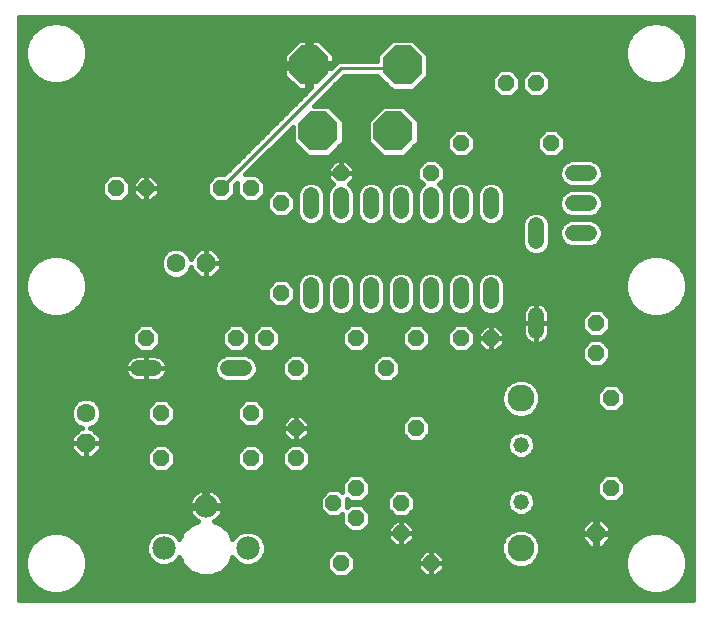
<source format=gbl>
G75*
%MOIN*%
%OFA0B0*%
%FSLAX24Y24*%
%IPPOS*%
%LPD*%
%AMOC8*
5,1,8,0,0,1.08239X$1,22.5*
%
%ADD10C,0.0780*%
%ADD11OC8,0.0520*%
%ADD12OC8,0.0630*%
%ADD13C,0.0630*%
%ADD14C,0.0520*%
%ADD15OC8,0.1300*%
%ADD16C,0.0900*%
%ADD17C,0.0520*%
%ADD18OC8,0.0600*%
%ADD19C,0.0160*%
%ADD20C,0.0100*%
D10*
X005280Y002180D03*
X006680Y003580D03*
X008080Y002180D03*
D11*
X010930Y003680D03*
X011680Y003180D03*
X011680Y004180D03*
X013180Y003680D03*
X013180Y002680D03*
X014180Y001680D03*
X011180Y001680D03*
X009680Y005180D03*
X009680Y006180D03*
X008180Y006680D03*
X009680Y008180D03*
X008680Y009180D03*
X007680Y009180D03*
X009180Y010680D03*
X011680Y009180D03*
X012680Y008180D03*
X013680Y009180D03*
X015180Y009180D03*
X016180Y009180D03*
X019680Y008680D03*
X019680Y009680D03*
X020180Y007180D03*
X020180Y004180D03*
X013680Y006180D03*
X008180Y005180D03*
X005180Y005180D03*
X005180Y006680D03*
X004680Y009180D03*
X009180Y013680D03*
X008180Y014180D03*
X007180Y014180D03*
X004680Y014180D03*
X003680Y014180D03*
X011180Y014680D03*
X014180Y014680D03*
X015180Y015680D03*
X016680Y017680D03*
X017680Y017680D03*
X018180Y015680D03*
D12*
X006680Y011680D03*
X002680Y005680D03*
D13*
X002680Y006680D03*
X005680Y011680D03*
D14*
X004940Y008180D02*
X004420Y008180D01*
X007420Y008180D02*
X007940Y008180D01*
X010180Y010420D02*
X010180Y010940D01*
X011180Y010940D02*
X011180Y010420D01*
X012180Y010420D02*
X012180Y010940D01*
X013180Y010940D02*
X013180Y010420D01*
X014180Y010420D02*
X014180Y010940D01*
X015180Y010940D02*
X015180Y010420D01*
X016180Y010420D02*
X016180Y010940D01*
X017680Y009940D02*
X017680Y009420D01*
X017680Y012420D02*
X017680Y012940D01*
X018920Y012680D02*
X019440Y012680D01*
X019440Y013680D02*
X018920Y013680D01*
X018920Y014680D02*
X019440Y014680D01*
X016180Y013940D02*
X016180Y013420D01*
X015180Y013420D02*
X015180Y013940D01*
X014180Y013940D02*
X014180Y013420D01*
X013180Y013420D02*
X013180Y013940D01*
X012180Y013940D02*
X012180Y013420D01*
X011180Y013420D02*
X011180Y013940D01*
X010180Y013940D02*
X010180Y013420D01*
D15*
X010430Y016080D03*
X010118Y018280D03*
X012930Y016080D03*
X013243Y018280D03*
D16*
X017180Y007180D03*
X017180Y002180D03*
D17*
X017180Y003730D03*
X017180Y005630D03*
D18*
X019680Y002680D03*
D19*
X000460Y000460D02*
X000460Y019900D01*
X022900Y019900D01*
X022900Y000460D01*
X000460Y000460D01*
X000460Y000521D02*
X022900Y000521D01*
X022900Y000680D02*
X021928Y000680D01*
X021816Y000650D02*
X022078Y000720D01*
X022312Y000856D01*
X022504Y001048D01*
X022640Y001282D01*
X022710Y001544D01*
X022710Y001816D01*
X022640Y002078D01*
X022504Y002312D01*
X022312Y002504D01*
X022078Y002640D01*
X021816Y002710D01*
X021544Y002710D01*
X021282Y002640D01*
X021048Y002504D01*
X020856Y002312D01*
X020720Y002078D01*
X020650Y001816D01*
X020650Y001544D01*
X020720Y001282D01*
X020856Y001048D01*
X021048Y000856D01*
X021282Y000720D01*
X021544Y000650D01*
X021816Y000650D01*
X021432Y000680D02*
X001928Y000680D01*
X001816Y000650D02*
X002078Y000720D01*
X002312Y000856D01*
X002504Y001048D01*
X002640Y001282D01*
X002710Y001544D01*
X002710Y001816D01*
X002640Y002078D01*
X002504Y002312D01*
X002312Y002504D01*
X002078Y002640D01*
X001816Y002710D01*
X001544Y002710D01*
X001282Y002640D01*
X001048Y002504D01*
X000856Y002312D01*
X000720Y002078D01*
X000650Y001816D01*
X000650Y001544D01*
X000720Y001282D01*
X000856Y001048D01*
X001048Y000856D01*
X001282Y000720D01*
X001544Y000650D01*
X001816Y000650D01*
X001432Y000680D02*
X000460Y000680D01*
X000460Y000839D02*
X001078Y000839D01*
X000906Y000997D02*
X000460Y000997D01*
X000460Y001156D02*
X000793Y001156D01*
X000712Y001314D02*
X000460Y001314D01*
X000460Y001473D02*
X000669Y001473D01*
X000650Y001631D02*
X000460Y001631D01*
X000460Y001790D02*
X000650Y001790D01*
X000685Y001948D02*
X000460Y001948D01*
X000460Y002107D02*
X000737Y002107D01*
X000828Y002265D02*
X000460Y002265D01*
X000460Y002424D02*
X000967Y002424D01*
X001182Y002582D02*
X000460Y002582D01*
X000460Y002741D02*
X005091Y002741D01*
X005163Y002770D02*
X004946Y002680D01*
X004780Y002514D01*
X004690Y002297D01*
X004690Y002063D01*
X004780Y001846D01*
X004946Y001680D01*
X005163Y001590D01*
X005397Y001590D01*
X005614Y001680D01*
X005780Y001846D01*
X005796Y001884D01*
X005892Y001653D01*
X006153Y001392D01*
X006495Y001250D01*
X006865Y001250D01*
X007207Y001392D01*
X007468Y001653D01*
X007564Y001884D01*
X007580Y001846D01*
X007746Y001680D01*
X007963Y001590D01*
X008197Y001590D01*
X008414Y001680D01*
X008580Y001846D01*
X008670Y002063D01*
X008670Y002297D01*
X008580Y002514D01*
X008414Y002680D01*
X008197Y002770D01*
X007963Y002770D01*
X007746Y002680D01*
X007580Y002514D01*
X007564Y002476D01*
X007468Y002707D01*
X007207Y002968D01*
X006947Y003076D01*
X006979Y003092D01*
X007051Y003145D01*
X007115Y003209D01*
X007168Y003281D01*
X007208Y003361D01*
X007236Y003447D01*
X007249Y003530D01*
X006730Y003530D01*
X006730Y003630D01*
X006630Y003630D01*
X006630Y004149D01*
X006547Y004136D01*
X006461Y004108D01*
X006381Y004068D01*
X006309Y004015D01*
X006245Y003951D01*
X006192Y003879D01*
X006152Y003799D01*
X006124Y003713D01*
X006111Y003630D01*
X006630Y003630D01*
X006630Y003530D01*
X006111Y003530D01*
X006124Y003447D01*
X006152Y003361D01*
X006192Y003281D01*
X006245Y003209D01*
X006309Y003145D01*
X006381Y003092D01*
X006413Y003076D01*
X006153Y002968D01*
X005892Y002707D01*
X005796Y002476D01*
X005780Y002514D01*
X005614Y002680D01*
X005397Y002770D01*
X005163Y002770D01*
X005469Y002741D02*
X005925Y002741D01*
X005840Y002582D02*
X005712Y002582D01*
X006084Y002899D02*
X000460Y002899D01*
X000460Y003058D02*
X006368Y003058D01*
X006240Y003216D02*
X000460Y003216D01*
X000460Y003375D02*
X006147Y003375D01*
X006121Y003692D02*
X000460Y003692D01*
X000460Y003850D02*
X006178Y003850D01*
X006302Y004009D02*
X000460Y004009D01*
X000460Y004167D02*
X011220Y004167D01*
X011121Y004140D02*
X011220Y004041D01*
X011220Y004371D01*
X011489Y004640D01*
X011871Y004640D01*
X012140Y004371D01*
X012140Y003989D01*
X011871Y003720D01*
X011489Y003720D01*
X011390Y003819D01*
X011390Y003541D01*
X011489Y003640D01*
X011871Y003640D01*
X012140Y003371D01*
X012140Y002989D01*
X011871Y002720D01*
X011489Y002720D01*
X011220Y002989D01*
X011220Y003319D01*
X011121Y003220D01*
X010739Y003220D01*
X010470Y003489D01*
X010470Y003871D01*
X010739Y004140D01*
X011121Y004140D01*
X011220Y004326D02*
X000460Y004326D01*
X000460Y004484D02*
X011333Y004484D01*
X012027Y004484D02*
X019833Y004484D01*
X019720Y004371D02*
X019720Y003989D01*
X019989Y003720D01*
X020371Y003720D01*
X020640Y003989D01*
X020640Y004371D01*
X020371Y004640D01*
X019989Y004640D01*
X019720Y004371D01*
X019720Y004326D02*
X012140Y004326D01*
X012140Y004167D02*
X017033Y004167D01*
X017088Y004190D02*
X016919Y004120D01*
X016790Y003991D01*
X016720Y003821D01*
X016720Y003638D01*
X016790Y003469D01*
X016919Y003340D01*
X017088Y003270D01*
X017271Y003270D01*
X017441Y003340D01*
X017570Y003469D01*
X017640Y003638D01*
X017640Y003821D01*
X017570Y003991D01*
X017441Y004120D01*
X017271Y004190D01*
X017088Y004190D01*
X017327Y004167D02*
X019720Y004167D01*
X019720Y004009D02*
X017552Y004009D01*
X017628Y003850D02*
X019859Y003850D01*
X020501Y003850D02*
X022900Y003850D01*
X022900Y003692D02*
X017640Y003692D01*
X017596Y003533D02*
X022900Y003533D01*
X022900Y003375D02*
X017475Y003375D01*
X016885Y003375D02*
X013525Y003375D01*
X013640Y003489D02*
X013371Y003220D01*
X012989Y003220D01*
X012720Y003489D01*
X012720Y003871D01*
X012989Y004140D01*
X013371Y004140D01*
X013640Y003871D01*
X013640Y003489D01*
X013640Y003533D02*
X016764Y003533D01*
X016720Y003692D02*
X013640Y003692D01*
X013640Y003850D02*
X016732Y003850D01*
X016808Y004009D02*
X013502Y004009D01*
X012858Y004009D02*
X012140Y004009D01*
X012001Y003850D02*
X012720Y003850D01*
X012720Y003692D02*
X011390Y003692D01*
X011220Y003216D02*
X007120Y003216D01*
X007213Y003375D02*
X010585Y003375D01*
X010470Y003533D02*
X006730Y003533D01*
X006730Y003630D02*
X007249Y003630D01*
X007236Y003713D01*
X007208Y003799D01*
X007168Y003879D01*
X007115Y003951D01*
X007051Y004015D01*
X006979Y004068D01*
X006899Y004108D01*
X006813Y004136D01*
X006730Y004149D01*
X006730Y003630D01*
X006730Y003692D02*
X006630Y003692D01*
X006630Y003850D02*
X006730Y003850D01*
X006730Y004009D02*
X006630Y004009D01*
X007058Y004009D02*
X010608Y004009D01*
X010470Y003850D02*
X007182Y003850D01*
X007239Y003692D02*
X010470Y003692D01*
X011220Y003058D02*
X006992Y003058D01*
X007276Y002899D02*
X011310Y002899D01*
X011469Y002741D02*
X008269Y002741D01*
X008512Y002582D02*
X012740Y002582D01*
X012740Y002498D02*
X012740Y002680D01*
X013180Y002680D01*
X013180Y002680D01*
X013180Y003120D01*
X013362Y003120D01*
X013620Y002862D01*
X013620Y002680D01*
X013180Y002680D01*
X013180Y002680D01*
X013180Y002680D01*
X013180Y003120D01*
X012998Y003120D01*
X012740Y002862D01*
X012740Y002680D01*
X013180Y002680D01*
X013620Y002680D01*
X013620Y002498D01*
X013362Y002240D01*
X013180Y002240D01*
X013180Y002680D01*
X013180Y002680D01*
X013180Y002240D01*
X012998Y002240D01*
X012740Y002498D01*
X012814Y002424D02*
X008618Y002424D01*
X008670Y002265D02*
X012973Y002265D01*
X013180Y002265D02*
X013180Y002265D01*
X013180Y002424D02*
X013180Y002424D01*
X013180Y002582D02*
X013180Y002582D01*
X013180Y002741D02*
X013180Y002741D01*
X013180Y002899D02*
X013180Y002899D01*
X013180Y003058D02*
X013180Y003058D01*
X013425Y003058D02*
X019379Y003058D01*
X019481Y003160D02*
X019200Y002879D01*
X019200Y002700D01*
X019660Y002700D01*
X019660Y003160D01*
X019481Y003160D01*
X019660Y003058D02*
X019700Y003058D01*
X019700Y003160D02*
X019879Y003160D01*
X020160Y002879D01*
X020160Y002700D01*
X019700Y002700D01*
X019700Y002660D01*
X020160Y002660D01*
X020160Y002481D01*
X019879Y002200D01*
X019700Y002200D01*
X019700Y002660D01*
X019660Y002660D01*
X019660Y002200D01*
X019481Y002200D01*
X019200Y002481D01*
X019200Y002660D01*
X019660Y002660D01*
X019660Y002700D01*
X019700Y002700D01*
X019700Y003160D01*
X019981Y003058D02*
X022900Y003058D01*
X022900Y003216D02*
X012140Y003216D01*
X012140Y003058D02*
X012935Y003058D01*
X012777Y002899D02*
X012050Y002899D01*
X011891Y002741D02*
X012740Y002741D01*
X012835Y003375D02*
X012136Y003375D01*
X011978Y003533D02*
X012720Y003533D01*
X013583Y002899D02*
X019220Y002899D01*
X019200Y002741D02*
X017525Y002741D01*
X017548Y002731D02*
X017309Y002830D01*
X017051Y002830D01*
X016812Y002731D01*
X016629Y002548D01*
X016530Y002309D01*
X016530Y002051D01*
X016629Y001812D01*
X016812Y001629D01*
X017051Y001530D01*
X017309Y001530D01*
X017548Y001629D01*
X017731Y001812D01*
X017830Y002051D01*
X017830Y002309D01*
X017731Y002548D01*
X017548Y002731D01*
X017697Y002582D02*
X019200Y002582D01*
X019258Y002424D02*
X017783Y002424D01*
X017830Y002265D02*
X019416Y002265D01*
X019660Y002265D02*
X019700Y002265D01*
X019700Y002424D02*
X019660Y002424D01*
X019660Y002582D02*
X019700Y002582D01*
X019700Y002741D02*
X019660Y002741D01*
X019660Y002899D02*
X019700Y002899D01*
X020140Y002899D02*
X022900Y002899D01*
X022900Y002741D02*
X020160Y002741D01*
X020160Y002582D02*
X021182Y002582D01*
X020967Y002424D02*
X020102Y002424D01*
X019944Y002265D02*
X020828Y002265D01*
X020737Y002107D02*
X017830Y002107D01*
X017787Y001948D02*
X020685Y001948D01*
X020650Y001790D02*
X017709Y001790D01*
X017550Y001631D02*
X020650Y001631D01*
X020669Y001473D02*
X014595Y001473D01*
X014620Y001498D02*
X014620Y001680D01*
X014620Y001862D01*
X014362Y002120D01*
X014180Y002120D01*
X014180Y001680D01*
X014620Y001680D01*
X014180Y001680D01*
X014180Y001680D01*
X014180Y001680D01*
X014180Y001240D01*
X014362Y001240D01*
X014620Y001498D01*
X014620Y001631D02*
X016810Y001631D01*
X016651Y001790D02*
X014620Y001790D01*
X014534Y001948D02*
X016573Y001948D01*
X016530Y002107D02*
X014376Y002107D01*
X014180Y002107D02*
X014180Y002107D01*
X014180Y002120D02*
X013998Y002120D01*
X013740Y001862D01*
X013740Y001680D01*
X014180Y001680D01*
X014180Y001680D01*
X014180Y001680D01*
X014180Y002120D01*
X014180Y001948D02*
X014180Y001948D01*
X014180Y001790D02*
X014180Y001790D01*
X014180Y001680D02*
X013740Y001680D01*
X013740Y001498D01*
X013998Y001240D01*
X014180Y001240D01*
X014180Y001680D01*
X014180Y001631D02*
X014180Y001631D01*
X014180Y001473D02*
X014180Y001473D01*
X014180Y001314D02*
X014180Y001314D01*
X014436Y001314D02*
X020712Y001314D01*
X020793Y001156D02*
X002567Y001156D01*
X002648Y001314D02*
X006340Y001314D01*
X006072Y001473D02*
X002691Y001473D01*
X002710Y001631D02*
X005064Y001631D01*
X004836Y001790D02*
X002710Y001790D01*
X002675Y001948D02*
X004737Y001948D01*
X004690Y002107D02*
X002623Y002107D01*
X002532Y002265D02*
X004690Y002265D01*
X004742Y002424D02*
X002393Y002424D01*
X002178Y002582D02*
X004848Y002582D01*
X005724Y001790D02*
X005835Y001790D01*
X005914Y001631D02*
X005496Y001631D01*
X007020Y001314D02*
X010895Y001314D01*
X010989Y001220D02*
X010720Y001489D01*
X010720Y001871D01*
X010989Y002140D01*
X011371Y002140D01*
X011640Y001871D01*
X011640Y001489D01*
X011371Y001220D01*
X010989Y001220D01*
X010737Y001473D02*
X007288Y001473D01*
X007446Y001631D02*
X007864Y001631D01*
X007636Y001790D02*
X007525Y001790D01*
X008296Y001631D02*
X010720Y001631D01*
X010720Y001790D02*
X008524Y001790D01*
X008623Y001948D02*
X010797Y001948D01*
X010956Y002107D02*
X008670Y002107D01*
X007891Y002741D02*
X007435Y002741D01*
X007520Y002582D02*
X007648Y002582D01*
X006630Y003533D02*
X000460Y003533D01*
X000460Y004643D02*
X022900Y004643D01*
X022900Y004801D02*
X009952Y004801D01*
X009871Y004720D02*
X010140Y004989D01*
X010140Y005371D01*
X009871Y005640D01*
X009489Y005640D01*
X009220Y005371D01*
X009220Y004989D01*
X009489Y004720D01*
X009871Y004720D01*
X010110Y004960D02*
X022900Y004960D01*
X022900Y005118D02*
X010140Y005118D01*
X010140Y005277D02*
X016883Y005277D01*
X016919Y005240D02*
X017088Y005170D01*
X017271Y005170D01*
X017441Y005240D01*
X017570Y005369D01*
X017640Y005538D01*
X017640Y005721D01*
X017570Y005891D01*
X017441Y006020D01*
X017271Y006090D01*
X017088Y006090D01*
X016919Y006020D01*
X016790Y005891D01*
X016720Y005721D01*
X016720Y005538D01*
X016790Y005369D01*
X016919Y005240D01*
X016763Y005435D02*
X010076Y005435D01*
X009917Y005594D02*
X016720Y005594D01*
X016733Y005752D02*
X013903Y005752D01*
X013871Y005720D02*
X014140Y005989D01*
X014140Y006371D01*
X013871Y006640D01*
X013489Y006640D01*
X013220Y006371D01*
X013220Y005989D01*
X013489Y005720D01*
X013871Y005720D01*
X014061Y005911D02*
X016810Y005911D01*
X017038Y006069D02*
X014140Y006069D01*
X014140Y006228D02*
X022900Y006228D01*
X022900Y006386D02*
X014125Y006386D01*
X013966Y006545D02*
X017016Y006545D01*
X017051Y006530D02*
X017309Y006530D01*
X017548Y006629D01*
X017731Y006812D01*
X017830Y007051D01*
X017830Y007309D01*
X017731Y007548D01*
X017548Y007731D01*
X017309Y007830D01*
X017051Y007830D01*
X016812Y007731D01*
X016629Y007548D01*
X016530Y007309D01*
X016530Y007051D01*
X016629Y006812D01*
X016812Y006629D01*
X017051Y006530D01*
X016738Y006703D02*
X008640Y006703D01*
X008640Y006545D02*
X009422Y006545D01*
X009498Y006620D02*
X009240Y006362D01*
X009240Y006180D01*
X009680Y006180D01*
X009680Y006180D01*
X009680Y006620D01*
X009862Y006620D01*
X010120Y006362D01*
X010120Y006180D01*
X009680Y006180D01*
X009680Y006180D01*
X009680Y006180D01*
X009680Y006620D01*
X009498Y006620D01*
X009680Y006545D02*
X009680Y006545D01*
X009680Y006386D02*
X009680Y006386D01*
X009680Y006228D02*
X009680Y006228D01*
X009680Y006180D02*
X009240Y006180D01*
X009240Y005998D01*
X009498Y005740D01*
X009680Y005740D01*
X009862Y005740D01*
X010120Y005998D01*
X010120Y006180D01*
X009680Y006180D01*
X009680Y005740D01*
X009680Y006180D01*
X009680Y006180D01*
X009680Y006069D02*
X009680Y006069D01*
X009680Y005911D02*
X009680Y005911D01*
X009680Y005752D02*
X009680Y005752D01*
X009874Y005752D02*
X013457Y005752D01*
X013299Y005911D02*
X010033Y005911D01*
X010120Y006069D02*
X013220Y006069D01*
X013220Y006228D02*
X010120Y006228D01*
X010096Y006386D02*
X013235Y006386D01*
X013394Y006545D02*
X009938Y006545D01*
X009264Y006386D02*
X008537Y006386D01*
X008640Y006489D02*
X008371Y006220D01*
X007989Y006220D01*
X007720Y006489D01*
X007720Y006871D01*
X007989Y007140D01*
X008371Y007140D01*
X008640Y006871D01*
X008640Y006489D01*
X008640Y006862D02*
X016608Y006862D01*
X016543Y007020D02*
X008491Y007020D01*
X007869Y007020D02*
X005491Y007020D01*
X005371Y007140D02*
X004989Y007140D01*
X004720Y006871D01*
X004720Y006489D01*
X004989Y006220D01*
X005371Y006220D01*
X005640Y006489D01*
X005640Y006871D01*
X005371Y007140D01*
X005640Y006862D02*
X007720Y006862D01*
X007720Y006703D02*
X005640Y006703D01*
X005640Y006545D02*
X007720Y006545D01*
X007823Y006386D02*
X005537Y006386D01*
X005378Y006228D02*
X007982Y006228D01*
X008378Y006228D02*
X009240Y006228D01*
X009240Y006069D02*
X002991Y006069D01*
X002885Y006175D02*
X002807Y006175D01*
X002972Y006243D01*
X003117Y006388D01*
X003195Y006578D01*
X003195Y006782D01*
X003117Y006972D01*
X002972Y007117D01*
X002782Y007195D01*
X002578Y007195D01*
X002388Y007117D01*
X002243Y006972D01*
X002165Y006782D01*
X002165Y006578D01*
X002243Y006388D01*
X002388Y006243D01*
X002553Y006175D01*
X002475Y006175D01*
X002185Y005885D01*
X002185Y005680D01*
X002680Y005680D01*
X003175Y005680D01*
X003175Y005885D01*
X002885Y006175D01*
X002933Y006228D02*
X004982Y006228D01*
X004823Y006386D02*
X003114Y006386D01*
X003181Y006545D02*
X004720Y006545D01*
X004720Y006703D02*
X003195Y006703D01*
X003162Y006862D02*
X004720Y006862D01*
X004869Y007020D02*
X003068Y007020D01*
X002822Y007179D02*
X016530Y007179D01*
X016541Y007337D02*
X000460Y007337D01*
X000460Y007179D02*
X002538Y007179D01*
X002292Y007020D02*
X000460Y007020D01*
X000460Y006862D02*
X002198Y006862D01*
X002165Y006703D02*
X000460Y006703D01*
X000460Y006545D02*
X002179Y006545D01*
X002246Y006386D02*
X000460Y006386D01*
X000460Y006228D02*
X002427Y006228D01*
X002369Y006069D02*
X000460Y006069D01*
X000460Y005911D02*
X002210Y005911D01*
X002185Y005752D02*
X000460Y005752D01*
X000460Y005594D02*
X002185Y005594D01*
X002185Y005680D02*
X002185Y005475D01*
X002475Y005185D01*
X002680Y005185D01*
X002885Y005185D01*
X003175Y005475D01*
X003175Y005680D01*
X002680Y005680D01*
X002680Y005680D01*
X002680Y005680D01*
X002680Y005185D01*
X002680Y005680D01*
X002680Y005680D01*
X002185Y005680D01*
X002225Y005435D02*
X000460Y005435D01*
X000460Y005277D02*
X002383Y005277D01*
X002680Y005277D02*
X002680Y005277D01*
X002680Y005435D02*
X002680Y005435D01*
X002680Y005594D02*
X002680Y005594D01*
X002977Y005277D02*
X004720Y005277D01*
X004720Y005371D02*
X004720Y004989D01*
X004989Y004720D01*
X005371Y004720D01*
X005640Y004989D01*
X005640Y005371D01*
X005371Y005640D01*
X004989Y005640D01*
X004720Y005371D01*
X004784Y005435D02*
X003135Y005435D01*
X003175Y005594D02*
X004943Y005594D01*
X005417Y005594D02*
X007943Y005594D01*
X007989Y005640D02*
X007720Y005371D01*
X007720Y004989D01*
X007989Y004720D01*
X008371Y004720D01*
X008640Y004989D01*
X008640Y005371D01*
X008371Y005640D01*
X007989Y005640D01*
X007784Y005435D02*
X005576Y005435D01*
X005640Y005277D02*
X007720Y005277D01*
X007720Y005118D02*
X005640Y005118D01*
X005610Y004960D02*
X007750Y004960D01*
X007908Y004801D02*
X005452Y004801D01*
X004908Y004801D02*
X000460Y004801D01*
X000460Y004960D02*
X004750Y004960D01*
X004720Y005118D02*
X000460Y005118D01*
X000460Y007496D02*
X016607Y007496D01*
X016735Y007654D02*
X000460Y007654D01*
X000460Y007813D02*
X004177Y007813D01*
X004189Y007804D02*
X004251Y007772D01*
X004317Y007751D01*
X004385Y007740D01*
X004680Y007740D01*
X004975Y007740D01*
X005043Y007751D01*
X005109Y007772D01*
X005171Y007804D01*
X005227Y007844D01*
X005276Y007893D01*
X005316Y007949D01*
X005348Y008011D01*
X005369Y008077D01*
X005380Y008145D01*
X005380Y008180D01*
X005380Y008215D01*
X005369Y008283D01*
X005348Y008349D01*
X005316Y008411D01*
X005276Y008467D01*
X005227Y008516D01*
X005171Y008556D01*
X005109Y008588D01*
X005043Y008609D01*
X004975Y008620D01*
X004680Y008620D01*
X004680Y008180D01*
X004680Y008180D01*
X005380Y008180D01*
X004680Y008180D01*
X004680Y008180D01*
X004680Y008620D01*
X004385Y008620D01*
X004317Y008609D01*
X004251Y008588D01*
X004189Y008556D01*
X004133Y008516D01*
X004084Y008467D01*
X004044Y008411D01*
X004012Y008349D01*
X003991Y008283D01*
X003980Y008215D01*
X003980Y008180D01*
X004680Y008180D01*
X004680Y007740D01*
X004680Y008180D01*
X004680Y008180D01*
X004680Y008180D01*
X003980Y008180D01*
X003980Y008145D01*
X003991Y008077D01*
X004012Y008011D01*
X004044Y007949D01*
X004084Y007893D01*
X004133Y007844D01*
X004189Y007804D01*
X004033Y007971D02*
X000460Y007971D01*
X000460Y008130D02*
X003983Y008130D01*
X003992Y008288D02*
X000460Y008288D01*
X000460Y008447D02*
X004070Y008447D01*
X004304Y008605D02*
X000460Y008605D01*
X000460Y008764D02*
X004446Y008764D01*
X004489Y008720D02*
X004220Y008989D01*
X004220Y009371D01*
X004489Y009640D01*
X004871Y009640D01*
X005140Y009371D01*
X005140Y008989D01*
X004871Y008720D01*
X004489Y008720D01*
X004680Y008605D02*
X004680Y008605D01*
X004680Y008447D02*
X004680Y008447D01*
X004680Y008288D02*
X004680Y008288D01*
X004680Y008130D02*
X004680Y008130D01*
X004680Y007971D02*
X004680Y007971D01*
X004680Y007813D02*
X004680Y007813D01*
X005183Y007813D02*
X007137Y007813D01*
X007159Y007790D02*
X007328Y007720D01*
X008031Y007720D01*
X008201Y007790D01*
X008330Y007919D01*
X008400Y008088D01*
X008400Y008271D01*
X008330Y008441D01*
X008201Y008570D01*
X008031Y008640D01*
X007328Y008640D01*
X007159Y008570D01*
X007030Y008441D01*
X006960Y008271D01*
X006960Y008088D01*
X007030Y007919D01*
X007159Y007790D01*
X007009Y007971D02*
X005327Y007971D01*
X005377Y008130D02*
X006960Y008130D01*
X006967Y008288D02*
X005368Y008288D01*
X005290Y008447D02*
X007036Y008447D01*
X007244Y008605D02*
X005056Y008605D01*
X004914Y008764D02*
X007446Y008764D01*
X007489Y008720D02*
X007220Y008989D01*
X007220Y009371D01*
X007489Y009640D01*
X007871Y009640D01*
X008140Y009371D01*
X008140Y008989D01*
X007871Y008720D01*
X007489Y008720D01*
X007287Y008922D02*
X005073Y008922D01*
X005140Y009081D02*
X007220Y009081D01*
X007220Y009239D02*
X005140Y009239D01*
X005113Y009398D02*
X007247Y009398D01*
X007405Y009556D02*
X004955Y009556D01*
X004405Y009556D02*
X000460Y009556D01*
X000460Y009398D02*
X004247Y009398D01*
X004220Y009239D02*
X000460Y009239D01*
X000460Y009081D02*
X004220Y009081D01*
X004287Y008922D02*
X000460Y008922D01*
X000460Y009715D02*
X017240Y009715D01*
X017240Y009680D02*
X017680Y009680D01*
X017680Y009680D01*
X017680Y010380D01*
X017715Y010380D01*
X017783Y010369D01*
X017849Y010348D01*
X017911Y010316D01*
X017967Y010276D01*
X018016Y010227D01*
X018056Y010171D01*
X018088Y010109D01*
X018109Y010043D01*
X018120Y009975D01*
X018120Y009680D01*
X017680Y009680D01*
X017680Y009680D01*
X017680Y009680D01*
X017680Y010380D01*
X017645Y010380D01*
X017577Y010369D01*
X017511Y010348D01*
X017449Y010316D01*
X017393Y010276D01*
X017344Y010227D01*
X017304Y010171D01*
X017272Y010109D01*
X017251Y010043D01*
X017240Y009975D01*
X017240Y009680D01*
X017240Y009385D01*
X017251Y009317D01*
X017272Y009251D01*
X017304Y009189D01*
X017344Y009133D01*
X017393Y009084D01*
X017449Y009044D01*
X017511Y009012D01*
X017577Y008991D01*
X017645Y008980D01*
X017680Y008980D01*
X017715Y008980D01*
X017783Y008991D01*
X017849Y009012D01*
X017911Y009044D01*
X017967Y009084D01*
X018016Y009133D01*
X018056Y009189D01*
X018088Y009251D01*
X018109Y009317D01*
X018120Y009385D01*
X018120Y009680D01*
X017680Y009680D01*
X017680Y008980D01*
X017680Y009680D01*
X017680Y009680D01*
X017240Y009680D01*
X017240Y009556D02*
X016426Y009556D01*
X016362Y009620D02*
X016180Y009620D01*
X016180Y009180D01*
X016620Y009180D01*
X016620Y009362D01*
X016362Y009620D01*
X016180Y009620D02*
X015998Y009620D01*
X015740Y009362D01*
X015740Y009180D01*
X016180Y009180D01*
X016180Y009180D01*
X016180Y009180D01*
X016620Y009180D01*
X016620Y008998D01*
X016362Y008740D01*
X016180Y008740D01*
X016180Y009180D01*
X016180Y009180D01*
X016180Y009180D01*
X016180Y009620D01*
X016180Y009556D02*
X016180Y009556D01*
X016180Y009398D02*
X016180Y009398D01*
X016180Y009239D02*
X016180Y009239D01*
X016180Y009180D02*
X015740Y009180D01*
X015740Y008998D01*
X015998Y008740D01*
X016180Y008740D01*
X016180Y009180D01*
X016180Y009081D02*
X016180Y009081D01*
X016180Y008922D02*
X016180Y008922D01*
X016180Y008764D02*
X016180Y008764D01*
X016386Y008764D02*
X019220Y008764D01*
X019220Y008871D02*
X019220Y008489D01*
X019489Y008220D01*
X019871Y008220D01*
X020140Y008489D01*
X020140Y008871D01*
X019871Y009140D01*
X019489Y009140D01*
X019220Y008871D01*
X019271Y008922D02*
X016544Y008922D01*
X016620Y009081D02*
X017399Y009081D01*
X017278Y009239D02*
X016620Y009239D01*
X016585Y009398D02*
X017240Y009398D01*
X017680Y009398D02*
X017680Y009398D01*
X017680Y009556D02*
X017680Y009556D01*
X017680Y009715D02*
X017680Y009715D01*
X017680Y009873D02*
X017680Y009873D01*
X017680Y010032D02*
X017680Y010032D01*
X017680Y010190D02*
X017680Y010190D01*
X017680Y010349D02*
X017680Y010349D01*
X017513Y010349D02*
X016640Y010349D01*
X016640Y010328D02*
X016570Y010159D01*
X016441Y010030D01*
X016271Y009960D01*
X016088Y009960D01*
X015919Y010030D01*
X015790Y010159D01*
X015720Y010328D01*
X015720Y011031D01*
X015790Y011201D01*
X015919Y011330D01*
X016088Y011400D01*
X016271Y011400D01*
X016441Y011330D01*
X016570Y011201D01*
X016640Y011031D01*
X016640Y010328D01*
X016583Y010190D02*
X017318Y010190D01*
X017249Y010032D02*
X016442Y010032D01*
X016640Y010507D02*
X020735Y010507D01*
X020720Y010532D02*
X020856Y010298D01*
X021048Y010106D01*
X021282Y009970D01*
X021544Y009900D01*
X021816Y009900D01*
X022078Y009970D01*
X022312Y010106D01*
X022504Y010298D01*
X022640Y010532D01*
X022710Y010794D01*
X022710Y011066D01*
X022640Y011328D01*
X022504Y011562D01*
X022312Y011754D01*
X022078Y011890D01*
X021816Y011960D01*
X021544Y011960D01*
X021282Y011890D01*
X021048Y011754D01*
X020856Y011562D01*
X020720Y011328D01*
X020650Y011066D01*
X020650Y010794D01*
X020720Y010532D01*
X020685Y010666D02*
X016640Y010666D01*
X016640Y010824D02*
X020650Y010824D01*
X020650Y010983D02*
X016640Y010983D01*
X016595Y011141D02*
X020670Y011141D01*
X020713Y011300D02*
X016471Y011300D01*
X015889Y011300D02*
X015471Y011300D01*
X015441Y011330D02*
X015271Y011400D01*
X015088Y011400D01*
X014919Y011330D01*
X014790Y011201D01*
X014720Y011031D01*
X014720Y010328D01*
X014790Y010159D01*
X014919Y010030D01*
X015088Y009960D01*
X015271Y009960D01*
X015441Y010030D01*
X015570Y010159D01*
X015640Y010328D01*
X015640Y011031D01*
X015570Y011201D01*
X015441Y011330D01*
X015595Y011141D02*
X015765Y011141D01*
X015720Y010983D02*
X015640Y010983D01*
X015640Y010824D02*
X015720Y010824D01*
X015720Y010666D02*
X015640Y010666D01*
X015640Y010507D02*
X015720Y010507D01*
X015720Y010349D02*
X015640Y010349D01*
X015583Y010190D02*
X015777Y010190D01*
X015918Y010032D02*
X015442Y010032D01*
X015371Y009640D02*
X014989Y009640D01*
X014720Y009371D01*
X014720Y008989D01*
X014989Y008720D01*
X015371Y008720D01*
X015640Y008989D01*
X015640Y009371D01*
X015371Y009640D01*
X015455Y009556D02*
X015934Y009556D01*
X015775Y009398D02*
X015613Y009398D01*
X015640Y009239D02*
X015740Y009239D01*
X015740Y009081D02*
X015640Y009081D01*
X015573Y008922D02*
X015816Y008922D01*
X015974Y008764D02*
X015414Y008764D01*
X014946Y008764D02*
X013914Y008764D01*
X013871Y008720D02*
X014140Y008989D01*
X014140Y009371D01*
X013871Y009640D01*
X013489Y009640D01*
X013220Y009371D01*
X013220Y008989D01*
X013489Y008720D01*
X013871Y008720D01*
X014073Y008922D02*
X014787Y008922D01*
X014720Y009081D02*
X014140Y009081D01*
X014140Y009239D02*
X014720Y009239D01*
X014747Y009398D02*
X014113Y009398D01*
X013955Y009556D02*
X014905Y009556D01*
X014441Y010030D02*
X014271Y009960D01*
X014088Y009960D01*
X013919Y010030D01*
X013790Y010159D01*
X013720Y010328D01*
X013720Y011031D01*
X013790Y011201D01*
X013919Y011330D01*
X014088Y011400D01*
X014271Y011400D01*
X014441Y011330D01*
X014570Y011201D01*
X014640Y011031D01*
X014640Y010328D01*
X014570Y010159D01*
X014441Y010030D01*
X014442Y010032D02*
X014918Y010032D01*
X014777Y010190D02*
X014583Y010190D01*
X014640Y010349D02*
X014720Y010349D01*
X014720Y010507D02*
X014640Y010507D01*
X014640Y010666D02*
X014720Y010666D01*
X014720Y010824D02*
X014640Y010824D01*
X014640Y010983D02*
X014720Y010983D01*
X014765Y011141D02*
X014595Y011141D01*
X014471Y011300D02*
X014889Y011300D01*
X013889Y011300D02*
X013471Y011300D01*
X013441Y011330D02*
X013271Y011400D01*
X013088Y011400D01*
X012919Y011330D01*
X012790Y011201D01*
X012720Y011031D01*
X012720Y010328D01*
X012790Y010159D01*
X012919Y010030D01*
X013088Y009960D01*
X013271Y009960D01*
X013441Y010030D01*
X013570Y010159D01*
X013640Y010328D01*
X013640Y011031D01*
X013570Y011201D01*
X013441Y011330D01*
X013595Y011141D02*
X013765Y011141D01*
X013720Y010983D02*
X013640Y010983D01*
X013640Y010824D02*
X013720Y010824D01*
X013720Y010666D02*
X013640Y010666D01*
X013640Y010507D02*
X013720Y010507D01*
X013720Y010349D02*
X013640Y010349D01*
X013583Y010190D02*
X013777Y010190D01*
X013918Y010032D02*
X013442Y010032D01*
X012918Y010032D02*
X012442Y010032D01*
X012441Y010030D02*
X012570Y010159D01*
X012640Y010328D01*
X012640Y011031D01*
X012570Y011201D01*
X012441Y011330D01*
X012271Y011400D01*
X012088Y011400D01*
X011919Y011330D01*
X011790Y011201D01*
X011720Y011031D01*
X011720Y010328D01*
X011790Y010159D01*
X011919Y010030D01*
X012088Y009960D01*
X012271Y009960D01*
X012441Y010030D01*
X012583Y010190D02*
X012777Y010190D01*
X012720Y010349D02*
X012640Y010349D01*
X012640Y010507D02*
X012720Y010507D01*
X012720Y010666D02*
X012640Y010666D01*
X012640Y010824D02*
X012720Y010824D01*
X012720Y010983D02*
X012640Y010983D01*
X012595Y011141D02*
X012765Y011141D01*
X012889Y011300D02*
X012471Y011300D01*
X011889Y011300D02*
X011471Y011300D01*
X011441Y011330D02*
X011570Y011201D01*
X011640Y011031D01*
X011640Y010328D01*
X011570Y010159D01*
X011441Y010030D01*
X011271Y009960D01*
X011088Y009960D01*
X010919Y010030D01*
X010790Y010159D01*
X010720Y010328D01*
X010720Y011031D01*
X010790Y011201D01*
X010919Y011330D01*
X011088Y011400D01*
X011271Y011400D01*
X011441Y011330D01*
X011595Y011141D02*
X011765Y011141D01*
X011720Y010983D02*
X011640Y010983D01*
X011640Y010824D02*
X011720Y010824D01*
X011720Y010666D02*
X011640Y010666D01*
X011640Y010507D02*
X011720Y010507D01*
X011720Y010349D02*
X011640Y010349D01*
X011583Y010190D02*
X011777Y010190D01*
X011918Y010032D02*
X011442Y010032D01*
X011489Y009640D02*
X011220Y009371D01*
X011220Y008989D01*
X011489Y008720D01*
X011871Y008720D01*
X012140Y008989D01*
X012140Y009371D01*
X011871Y009640D01*
X011489Y009640D01*
X011405Y009556D02*
X008955Y009556D01*
X008871Y009640D02*
X008489Y009640D01*
X008220Y009371D01*
X008220Y008989D01*
X008489Y008720D01*
X008871Y008720D01*
X009140Y008989D01*
X009140Y009371D01*
X008871Y009640D01*
X009113Y009398D02*
X011247Y009398D01*
X011220Y009239D02*
X009140Y009239D01*
X009140Y009081D02*
X011220Y009081D01*
X011287Y008922D02*
X009073Y008922D01*
X008914Y008764D02*
X011446Y008764D01*
X011914Y008764D02*
X013446Y008764D01*
X013287Y008922D02*
X012073Y008922D01*
X012140Y009081D02*
X013220Y009081D01*
X013220Y009239D02*
X012140Y009239D01*
X012113Y009398D02*
X013247Y009398D01*
X013405Y009556D02*
X011955Y009556D01*
X012489Y008640D02*
X012220Y008371D01*
X012220Y007989D01*
X012489Y007720D01*
X012871Y007720D01*
X013140Y007989D01*
X013140Y008371D01*
X012871Y008640D01*
X012489Y008640D01*
X012454Y008605D02*
X009906Y008605D01*
X009871Y008640D02*
X009489Y008640D01*
X009220Y008371D01*
X009220Y007989D01*
X009489Y007720D01*
X009871Y007720D01*
X010140Y007989D01*
X010140Y008371D01*
X009871Y008640D01*
X010064Y008447D02*
X012296Y008447D01*
X012220Y008288D02*
X010140Y008288D01*
X010140Y008130D02*
X012220Y008130D01*
X012238Y007971D02*
X010122Y007971D01*
X009963Y007813D02*
X012397Y007813D01*
X012963Y007813D02*
X017008Y007813D01*
X017352Y007813D02*
X022900Y007813D01*
X022900Y007971D02*
X013122Y007971D01*
X013140Y008130D02*
X022900Y008130D01*
X022900Y008288D02*
X019939Y008288D01*
X020097Y008447D02*
X022900Y008447D01*
X022900Y008605D02*
X020140Y008605D01*
X020140Y008764D02*
X022900Y008764D01*
X022900Y008922D02*
X020089Y008922D01*
X019930Y009081D02*
X022900Y009081D01*
X022900Y009239D02*
X019890Y009239D01*
X019871Y009220D02*
X020140Y009489D01*
X020140Y009871D01*
X019871Y010140D01*
X019489Y010140D01*
X019220Y009871D01*
X019220Y009489D01*
X019489Y009220D01*
X019871Y009220D01*
X020048Y009398D02*
X022900Y009398D01*
X022900Y009556D02*
X020140Y009556D01*
X020140Y009715D02*
X022900Y009715D01*
X022900Y009873D02*
X020138Y009873D01*
X019979Y010032D02*
X021176Y010032D01*
X020963Y010190D02*
X018042Y010190D01*
X018111Y010032D02*
X019381Y010032D01*
X019222Y009873D02*
X018120Y009873D01*
X018120Y009715D02*
X019220Y009715D01*
X019220Y009556D02*
X018120Y009556D01*
X018120Y009398D02*
X019312Y009398D01*
X019470Y009239D02*
X018082Y009239D01*
X017961Y009081D02*
X019430Y009081D01*
X019220Y008605D02*
X012906Y008605D01*
X013064Y008447D02*
X019263Y008447D01*
X019421Y008288D02*
X013140Y008288D01*
X010918Y010032D02*
X010442Y010032D01*
X010441Y010030D02*
X010570Y010159D01*
X010640Y010328D01*
X010640Y011031D01*
X010570Y011201D01*
X010441Y011330D01*
X010271Y011400D01*
X010088Y011400D01*
X009919Y011330D01*
X009790Y011201D01*
X009720Y011031D01*
X009720Y010328D01*
X009790Y010159D01*
X009919Y010030D01*
X010088Y009960D01*
X010271Y009960D01*
X010441Y010030D01*
X010583Y010190D02*
X010777Y010190D01*
X010720Y010349D02*
X010640Y010349D01*
X010640Y010507D02*
X010720Y010507D01*
X010720Y010666D02*
X010640Y010666D01*
X010640Y010824D02*
X010720Y010824D01*
X010720Y010983D02*
X010640Y010983D01*
X010595Y011141D02*
X010765Y011141D01*
X010889Y011300D02*
X010471Y011300D01*
X009889Y011300D02*
X007000Y011300D01*
X006885Y011185D02*
X006680Y011185D01*
X006680Y011680D01*
X007175Y011680D01*
X007175Y011885D01*
X006885Y012175D01*
X006680Y012175D01*
X006680Y011680D01*
X006680Y011680D01*
X006680Y011680D01*
X007175Y011680D01*
X007175Y011475D01*
X006885Y011185D01*
X006680Y011185D02*
X006680Y011680D01*
X006680Y011680D01*
X006680Y012175D01*
X006475Y012175D01*
X006185Y011885D01*
X006185Y011807D01*
X006117Y011972D01*
X005972Y012117D01*
X005782Y012195D01*
X005578Y012195D01*
X005388Y012117D01*
X005243Y011972D01*
X005165Y011782D01*
X005165Y011578D01*
X005243Y011388D01*
X005388Y011243D01*
X005578Y011165D01*
X005782Y011165D01*
X005972Y011243D01*
X006117Y011388D01*
X006185Y011553D01*
X006185Y011475D01*
X006475Y011185D01*
X006680Y011185D01*
X006680Y011300D02*
X006680Y011300D01*
X006680Y011458D02*
X006680Y011458D01*
X006680Y011617D02*
X006680Y011617D01*
X006680Y011775D02*
X006680Y011775D01*
X006680Y011934D02*
X006680Y011934D01*
X006680Y012092D02*
X006680Y012092D01*
X006968Y012092D02*
X017357Y012092D01*
X017419Y012030D02*
X017588Y011960D01*
X017771Y011960D01*
X017941Y012030D01*
X018070Y012159D01*
X018140Y012328D01*
X018140Y013031D01*
X018070Y013201D01*
X017941Y013330D01*
X017771Y013400D01*
X017588Y013400D01*
X017419Y013330D01*
X017290Y013201D01*
X017220Y013031D01*
X017220Y012328D01*
X017290Y012159D01*
X017419Y012030D01*
X017252Y012251D02*
X000460Y012251D01*
X000460Y012409D02*
X017220Y012409D01*
X017220Y012568D02*
X000460Y012568D01*
X000460Y012726D02*
X017220Y012726D01*
X017220Y012885D02*
X000460Y012885D01*
X000460Y013043D02*
X009906Y013043D01*
X009919Y013030D02*
X010088Y012960D01*
X010271Y012960D01*
X010441Y013030D01*
X010570Y013159D01*
X010640Y013328D01*
X010640Y014031D01*
X010570Y014201D01*
X010441Y014330D01*
X010271Y014400D01*
X010088Y014400D01*
X009919Y014330D01*
X009790Y014201D01*
X009720Y014031D01*
X009720Y013328D01*
X009790Y013159D01*
X009919Y013030D01*
X009773Y013202D02*
X000460Y013202D01*
X000460Y013360D02*
X008849Y013360D01*
X008720Y013489D02*
X008989Y013220D01*
X009371Y013220D01*
X009640Y013489D01*
X009640Y013871D01*
X009371Y014140D01*
X008989Y014140D01*
X008720Y013871D01*
X008720Y013489D01*
X008720Y013519D02*
X000460Y013519D01*
X000460Y013677D02*
X008720Y013677D01*
X008720Y013836D02*
X008486Y013836D01*
X008371Y013720D02*
X008640Y013989D01*
X008640Y014371D01*
X008371Y014640D01*
X007994Y014640D01*
X009580Y016226D01*
X009580Y015728D01*
X010078Y015230D01*
X010782Y015230D01*
X011280Y015728D01*
X011280Y016432D01*
X010782Y016930D01*
X010284Y016930D01*
X011284Y017930D01*
X012393Y017930D01*
X012393Y017928D01*
X012890Y017430D01*
X013595Y017430D01*
X014092Y017928D01*
X014092Y018632D01*
X013595Y019130D01*
X012890Y019130D01*
X012393Y018632D01*
X012393Y018430D01*
X011130Y018430D01*
X011038Y018392D01*
X010968Y018322D01*
X010846Y018200D01*
X010198Y018200D01*
X010198Y018360D01*
X010947Y018360D01*
X010947Y018624D01*
X010461Y019110D01*
X010197Y019110D01*
X010197Y018360D01*
X010038Y018360D01*
X010038Y019110D01*
X009774Y019110D01*
X009288Y018624D01*
X009287Y018360D01*
X010037Y018360D01*
X010037Y018200D01*
X009288Y018200D01*
X009288Y017936D01*
X009774Y017450D01*
X010038Y017450D01*
X010038Y018200D01*
X010197Y018200D01*
X010197Y017551D01*
X007286Y014640D01*
X006989Y014640D01*
X006720Y014371D01*
X006720Y013989D01*
X006989Y013720D01*
X007371Y013720D01*
X007640Y013989D01*
X007640Y014286D01*
X007720Y014366D01*
X007720Y013989D01*
X007989Y013720D01*
X008371Y013720D01*
X008640Y013994D02*
X008843Y013994D01*
X008640Y014153D02*
X009770Y014153D01*
X009720Y013994D02*
X009517Y013994D01*
X009640Y013836D02*
X009720Y013836D01*
X009720Y013677D02*
X009640Y013677D01*
X009640Y013519D02*
X009720Y013519D01*
X009720Y013360D02*
X009511Y013360D01*
X010454Y013043D02*
X010906Y013043D01*
X010919Y013030D02*
X011088Y012960D01*
X011271Y012960D01*
X011441Y013030D01*
X011570Y013159D01*
X011640Y013328D01*
X011640Y014031D01*
X011570Y014201D01*
X011446Y014324D01*
X011620Y014498D01*
X011620Y014680D01*
X011620Y014862D01*
X011362Y015120D01*
X011180Y015120D01*
X011180Y014680D01*
X011620Y014680D01*
X011180Y014680D01*
X011180Y014680D01*
X011180Y014680D01*
X011180Y014680D01*
X010740Y014680D01*
X010740Y014862D01*
X010998Y015120D01*
X011180Y015120D01*
X011180Y014680D01*
X010740Y014680D01*
X010740Y014498D01*
X010914Y014324D01*
X010790Y014201D01*
X010720Y014031D01*
X010720Y013328D01*
X010790Y013159D01*
X010919Y013030D01*
X010773Y013202D02*
X010587Y013202D01*
X010640Y013360D02*
X010720Y013360D01*
X010720Y013519D02*
X010640Y013519D01*
X010640Y013677D02*
X010720Y013677D01*
X010720Y013836D02*
X010640Y013836D01*
X010640Y013994D02*
X010720Y013994D01*
X010770Y014153D02*
X010590Y014153D01*
X010460Y014311D02*
X010900Y014311D01*
X010768Y014470D02*
X008541Y014470D01*
X008640Y014311D02*
X009900Y014311D01*
X010740Y014628D02*
X008383Y014628D01*
X008140Y014787D02*
X010740Y014787D01*
X010823Y014945D02*
X008299Y014945D01*
X008457Y015104D02*
X010981Y015104D01*
X011180Y015104D02*
X011180Y015104D01*
X011180Y014945D02*
X011180Y014945D01*
X011180Y014787D02*
X011180Y014787D01*
X011379Y015104D02*
X013953Y015104D01*
X013989Y015140D02*
X013720Y014871D01*
X013720Y014489D01*
X013899Y014310D01*
X013790Y014201D01*
X013720Y014031D01*
X013720Y013328D01*
X013790Y013159D01*
X013919Y013030D01*
X014088Y012960D01*
X014271Y012960D01*
X014441Y013030D01*
X014570Y013159D01*
X014640Y013328D01*
X014640Y014031D01*
X014570Y014201D01*
X014461Y014310D01*
X014640Y014489D01*
X014640Y014871D01*
X014371Y015140D01*
X013989Y015140D01*
X013794Y014945D02*
X011537Y014945D01*
X011620Y014787D02*
X013720Y014787D01*
X013720Y014628D02*
X011620Y014628D01*
X011592Y014470D02*
X013740Y014470D01*
X013898Y014311D02*
X013460Y014311D01*
X013441Y014330D02*
X013271Y014400D01*
X013088Y014400D01*
X012919Y014330D01*
X012790Y014201D01*
X012720Y014031D01*
X012720Y013328D01*
X012790Y013159D01*
X012919Y013030D01*
X013088Y012960D01*
X013271Y012960D01*
X013441Y013030D01*
X013570Y013159D01*
X013640Y013328D01*
X013640Y014031D01*
X013570Y014201D01*
X013441Y014330D01*
X013590Y014153D02*
X013770Y014153D01*
X013720Y013994D02*
X013640Y013994D01*
X013640Y013836D02*
X013720Y013836D01*
X013720Y013677D02*
X013640Y013677D01*
X013640Y013519D02*
X013720Y013519D01*
X013720Y013360D02*
X013640Y013360D01*
X013587Y013202D02*
X013773Y013202D01*
X013906Y013043D02*
X013454Y013043D01*
X012906Y013043D02*
X012454Y013043D01*
X012441Y013030D02*
X012570Y013159D01*
X012640Y013328D01*
X012640Y014031D01*
X012570Y014201D01*
X012441Y014330D01*
X012271Y014400D01*
X012088Y014400D01*
X011919Y014330D01*
X011790Y014201D01*
X011720Y014031D01*
X011720Y013328D01*
X011790Y013159D01*
X011919Y013030D01*
X012088Y012960D01*
X012271Y012960D01*
X012441Y013030D01*
X012587Y013202D02*
X012773Y013202D01*
X012720Y013360D02*
X012640Y013360D01*
X012640Y013519D02*
X012720Y013519D01*
X012720Y013677D02*
X012640Y013677D01*
X012640Y013836D02*
X012720Y013836D01*
X012720Y013994D02*
X012640Y013994D01*
X012590Y014153D02*
X012770Y014153D01*
X012900Y014311D02*
X012460Y014311D01*
X011900Y014311D02*
X011460Y014311D01*
X011590Y014153D02*
X011770Y014153D01*
X011720Y013994D02*
X011640Y013994D01*
X011640Y013836D02*
X011720Y013836D01*
X011720Y013677D02*
X011640Y013677D01*
X011640Y013519D02*
X011720Y013519D01*
X011720Y013360D02*
X011640Y013360D01*
X011587Y013202D02*
X011773Y013202D01*
X011906Y013043D02*
X011454Y013043D01*
X009765Y011141D02*
X002690Y011141D01*
X002710Y011066D02*
X002640Y011328D01*
X002504Y011562D01*
X002312Y011754D01*
X002078Y011890D01*
X001816Y011960D01*
X001544Y011960D01*
X001282Y011890D01*
X001048Y011754D01*
X000856Y011562D01*
X000720Y011328D01*
X000650Y011066D01*
X000650Y010794D01*
X000720Y010532D01*
X000856Y010298D01*
X001048Y010106D01*
X001282Y009970D01*
X001544Y009900D01*
X001816Y009900D01*
X002078Y009970D01*
X002312Y010106D01*
X002504Y010298D01*
X002640Y010532D01*
X002710Y010794D01*
X002710Y011066D01*
X002710Y010983D02*
X008832Y010983D01*
X008720Y010871D02*
X008720Y010489D01*
X008989Y010220D01*
X009371Y010220D01*
X009640Y010489D01*
X009640Y010871D01*
X009371Y011140D01*
X008989Y011140D01*
X008720Y010871D01*
X008720Y010824D02*
X002710Y010824D01*
X002675Y010666D02*
X008720Y010666D01*
X008720Y010507D02*
X002625Y010507D01*
X002534Y010349D02*
X008861Y010349D01*
X009499Y010349D02*
X009720Y010349D01*
X009720Y010507D02*
X009640Y010507D01*
X009640Y010666D02*
X009720Y010666D01*
X009720Y010824D02*
X009640Y010824D01*
X009720Y010983D02*
X009528Y010983D01*
X009777Y010190D02*
X002397Y010190D01*
X002184Y010032D02*
X009918Y010032D01*
X008446Y008764D02*
X007914Y008764D01*
X008073Y008922D02*
X008287Y008922D01*
X008220Y009081D02*
X008140Y009081D01*
X008140Y009239D02*
X008220Y009239D01*
X008247Y009398D02*
X008113Y009398D01*
X007955Y009556D02*
X008405Y009556D01*
X008116Y008605D02*
X009454Y008605D01*
X009296Y008447D02*
X008324Y008447D01*
X008393Y008288D02*
X009220Y008288D01*
X009220Y008130D02*
X008400Y008130D01*
X008351Y007971D02*
X009238Y007971D01*
X009397Y007813D02*
X008223Y007813D01*
X009327Y005911D02*
X003150Y005911D01*
X003175Y005752D02*
X009486Y005752D01*
X009443Y005594D02*
X008417Y005594D01*
X008576Y005435D02*
X009284Y005435D01*
X009220Y005277D02*
X008640Y005277D01*
X008640Y005118D02*
X009220Y005118D01*
X009250Y004960D02*
X008610Y004960D01*
X008452Y004801D02*
X009408Y004801D01*
X011404Y002107D02*
X013984Y002107D01*
X013826Y001948D02*
X011563Y001948D01*
X011640Y001790D02*
X013740Y001790D01*
X013740Y001631D02*
X011640Y001631D01*
X011623Y001473D02*
X013765Y001473D01*
X013924Y001314D02*
X011465Y001314D01*
X013387Y002265D02*
X016530Y002265D01*
X016577Y002424D02*
X013546Y002424D01*
X013620Y002582D02*
X016663Y002582D01*
X016835Y002741D02*
X013620Y002741D01*
X017477Y005277D02*
X022900Y005277D01*
X022900Y005435D02*
X017597Y005435D01*
X017640Y005594D02*
X022900Y005594D01*
X022900Y005752D02*
X017627Y005752D01*
X017550Y005911D02*
X022900Y005911D01*
X022900Y006069D02*
X017322Y006069D01*
X017344Y006545D02*
X022900Y006545D01*
X022900Y006703D02*
X017622Y006703D01*
X017752Y006862D02*
X019848Y006862D01*
X019720Y006989D02*
X019989Y006720D01*
X020371Y006720D01*
X020640Y006989D01*
X020640Y007371D01*
X020371Y007640D01*
X019989Y007640D01*
X019720Y007371D01*
X019720Y006989D01*
X019720Y007020D02*
X017817Y007020D01*
X017830Y007179D02*
X019720Y007179D01*
X019720Y007337D02*
X017819Y007337D01*
X017753Y007496D02*
X019845Y007496D01*
X020515Y007496D02*
X022900Y007496D01*
X022900Y007654D02*
X017625Y007654D01*
X017680Y009081D02*
X017680Y009081D01*
X017680Y009239D02*
X017680Y009239D01*
X017240Y009873D02*
X000460Y009873D01*
X000460Y010032D02*
X001176Y010032D01*
X000963Y010190D02*
X000460Y010190D01*
X000460Y010349D02*
X000826Y010349D01*
X000735Y010507D02*
X000460Y010507D01*
X000460Y010666D02*
X000685Y010666D01*
X000650Y010824D02*
X000460Y010824D01*
X000460Y010983D02*
X000650Y010983D01*
X000670Y011141D02*
X000460Y011141D01*
X000460Y011300D02*
X000713Y011300D01*
X000796Y011458D02*
X000460Y011458D01*
X000460Y011617D02*
X000910Y011617D01*
X001084Y011775D02*
X000460Y011775D01*
X000460Y011934D02*
X001446Y011934D01*
X001914Y011934D02*
X005228Y011934D01*
X005165Y011775D02*
X002276Y011775D01*
X002450Y011617D02*
X005165Y011617D01*
X005215Y011458D02*
X002564Y011458D01*
X002647Y011300D02*
X005332Y011300D01*
X006028Y011300D02*
X006360Y011300D01*
X006202Y011458D02*
X006145Y011458D01*
X006132Y011934D02*
X006233Y011934D01*
X006392Y012092D02*
X005996Y012092D01*
X005364Y012092D02*
X000460Y012092D01*
X000460Y013836D02*
X003374Y013836D01*
X003489Y013720D02*
X003220Y013989D01*
X003220Y014371D01*
X003489Y014640D01*
X003871Y014640D01*
X004140Y014371D01*
X004140Y013989D01*
X003871Y013720D01*
X003489Y013720D01*
X003220Y013994D02*
X000460Y013994D01*
X000460Y014153D02*
X003220Y014153D01*
X003220Y014311D02*
X000460Y014311D01*
X000460Y014470D02*
X003319Y014470D01*
X003477Y014628D02*
X000460Y014628D01*
X000460Y014787D02*
X007433Y014787D01*
X007591Y014945D02*
X000460Y014945D01*
X000460Y015104D02*
X007750Y015104D01*
X007908Y015262D02*
X000460Y015262D01*
X000460Y015421D02*
X008067Y015421D01*
X008225Y015579D02*
X000460Y015579D01*
X000460Y015738D02*
X008384Y015738D01*
X008542Y015896D02*
X000460Y015896D01*
X000460Y016055D02*
X008701Y016055D01*
X008859Y016213D02*
X000460Y016213D01*
X000460Y016372D02*
X009018Y016372D01*
X009176Y016530D02*
X000460Y016530D01*
X000460Y016689D02*
X009335Y016689D01*
X009493Y016847D02*
X000460Y016847D01*
X000460Y017006D02*
X009652Y017006D01*
X009810Y017164D02*
X000460Y017164D01*
X000460Y017323D02*
X009969Y017323D01*
X010038Y017481D02*
X010127Y017481D01*
X010197Y017640D02*
X010038Y017640D01*
X010038Y017798D02*
X010197Y017798D01*
X010197Y017957D02*
X010038Y017957D01*
X010038Y018115D02*
X010197Y018115D01*
X010198Y018274D02*
X010920Y018274D01*
X010947Y018432D02*
X012393Y018432D01*
X012393Y018591D02*
X010947Y018591D01*
X010822Y018749D02*
X012509Y018749D01*
X012668Y018908D02*
X010664Y018908D01*
X010505Y019066D02*
X012826Y019066D01*
X013659Y019066D02*
X020717Y019066D01*
X020720Y019078D02*
X020650Y018816D01*
X020650Y018544D01*
X020720Y018282D01*
X020856Y018048D01*
X021048Y017856D01*
X021282Y017720D01*
X021544Y017650D01*
X021816Y017650D01*
X022078Y017720D01*
X022312Y017856D01*
X022504Y018048D01*
X022640Y018282D01*
X022710Y018544D01*
X022710Y018816D01*
X022640Y019078D01*
X022504Y019312D01*
X022312Y019504D01*
X022078Y019640D01*
X021816Y019710D01*
X021544Y019710D01*
X021282Y019640D01*
X021048Y019504D01*
X020856Y019312D01*
X020720Y019078D01*
X020805Y019225D02*
X002555Y019225D01*
X002504Y019312D02*
X002312Y019504D01*
X002078Y019640D01*
X001816Y019710D01*
X001544Y019710D01*
X001282Y019640D01*
X001048Y019504D01*
X000856Y019312D01*
X000720Y019078D01*
X000650Y018816D01*
X000650Y018544D01*
X000720Y018282D01*
X000856Y018048D01*
X001048Y017856D01*
X001282Y017720D01*
X001544Y017650D01*
X001816Y017650D01*
X002078Y017720D01*
X002312Y017856D01*
X002504Y018048D01*
X002640Y018282D01*
X002710Y018544D01*
X002710Y018816D01*
X002640Y019078D01*
X002504Y019312D01*
X002434Y019383D02*
X020926Y019383D01*
X021112Y019542D02*
X002248Y019542D01*
X001853Y019700D02*
X021507Y019700D01*
X021853Y019700D02*
X022900Y019700D01*
X022900Y019542D02*
X022248Y019542D01*
X022434Y019383D02*
X022900Y019383D01*
X022900Y019225D02*
X022555Y019225D01*
X022643Y019066D02*
X022900Y019066D01*
X022900Y018908D02*
X022685Y018908D01*
X022710Y018749D02*
X022900Y018749D01*
X022900Y018591D02*
X022710Y018591D01*
X022680Y018432D02*
X022900Y018432D01*
X022900Y018274D02*
X022635Y018274D01*
X022543Y018115D02*
X022900Y018115D01*
X022900Y017957D02*
X022413Y017957D01*
X022212Y017798D02*
X022900Y017798D01*
X022900Y017640D02*
X018140Y017640D01*
X018140Y017489D02*
X017871Y017220D01*
X017489Y017220D01*
X017220Y017489D01*
X017220Y017871D01*
X017489Y018140D01*
X017871Y018140D01*
X018140Y017871D01*
X018140Y017489D01*
X018132Y017481D02*
X022900Y017481D01*
X022900Y017323D02*
X017973Y017323D01*
X018140Y017798D02*
X021148Y017798D01*
X020947Y017957D02*
X018054Y017957D01*
X017896Y018115D02*
X020817Y018115D01*
X020725Y018274D02*
X014092Y018274D01*
X014092Y018432D02*
X020680Y018432D01*
X020650Y018591D02*
X014092Y018591D01*
X013976Y018749D02*
X020650Y018749D01*
X020675Y018908D02*
X013817Y018908D01*
X014092Y018115D02*
X016464Y018115D01*
X016489Y018140D02*
X016220Y017871D01*
X016220Y017489D01*
X016489Y017220D01*
X016871Y017220D01*
X017140Y017489D01*
X017140Y017871D01*
X016871Y018140D01*
X016489Y018140D01*
X016306Y017957D02*
X014092Y017957D01*
X013963Y017798D02*
X016220Y017798D01*
X016220Y017640D02*
X013804Y017640D01*
X013646Y017481D02*
X016228Y017481D01*
X016387Y017323D02*
X010676Y017323D01*
X010835Y017481D02*
X012839Y017481D01*
X012681Y017640D02*
X010993Y017640D01*
X011152Y017798D02*
X012522Y017798D01*
X012578Y016930D02*
X012080Y016432D01*
X012080Y015728D01*
X012578Y015230D01*
X013282Y015230D01*
X013780Y015728D01*
X013780Y016432D01*
X013282Y016930D01*
X012578Y016930D01*
X012495Y016847D02*
X010865Y016847D01*
X011024Y016689D02*
X012336Y016689D01*
X012178Y016530D02*
X011182Y016530D01*
X011280Y016372D02*
X012080Y016372D01*
X012080Y016213D02*
X011280Y016213D01*
X011280Y016055D02*
X012080Y016055D01*
X012080Y015896D02*
X011280Y015896D01*
X011280Y015738D02*
X012080Y015738D01*
X012229Y015579D02*
X011131Y015579D01*
X010973Y015421D02*
X012387Y015421D01*
X012546Y015262D02*
X010814Y015262D01*
X010046Y015262D02*
X008616Y015262D01*
X008774Y015421D02*
X009887Y015421D01*
X009729Y015579D02*
X008933Y015579D01*
X009091Y015738D02*
X009580Y015738D01*
X009580Y015896D02*
X009250Y015896D01*
X009408Y016055D02*
X009580Y016055D01*
X009567Y016213D02*
X009580Y016213D01*
X010359Y017006D02*
X022900Y017006D01*
X022900Y017164D02*
X010518Y017164D01*
X009743Y017481D02*
X000460Y017481D01*
X000460Y017640D02*
X009584Y017640D01*
X009426Y017798D02*
X002212Y017798D01*
X002413Y017957D02*
X009288Y017957D01*
X009288Y018115D02*
X002543Y018115D01*
X002635Y018274D02*
X010037Y018274D01*
X010038Y018432D02*
X010197Y018432D01*
X010197Y018591D02*
X010038Y018591D01*
X010038Y018749D02*
X010197Y018749D01*
X010197Y018908D02*
X010038Y018908D01*
X010038Y019066D02*
X010197Y019066D01*
X009730Y019066D02*
X002643Y019066D01*
X002685Y018908D02*
X009571Y018908D01*
X009413Y018749D02*
X002710Y018749D01*
X002710Y018591D02*
X009288Y018591D01*
X009288Y018432D02*
X002680Y018432D01*
X001507Y019700D02*
X000460Y019700D01*
X000460Y019542D02*
X001112Y019542D01*
X000926Y019383D02*
X000460Y019383D01*
X000460Y019225D02*
X000805Y019225D01*
X000717Y019066D02*
X000460Y019066D01*
X000460Y018908D02*
X000675Y018908D01*
X000650Y018749D02*
X000460Y018749D01*
X000460Y018591D02*
X000650Y018591D01*
X000680Y018432D02*
X000460Y018432D01*
X000460Y018274D02*
X000725Y018274D01*
X000817Y018115D02*
X000460Y018115D01*
X000460Y017957D02*
X000947Y017957D01*
X001148Y017798D02*
X000460Y017798D01*
X000460Y019859D02*
X022900Y019859D01*
X022900Y016847D02*
X013365Y016847D01*
X013524Y016689D02*
X022900Y016689D01*
X022900Y016530D02*
X013682Y016530D01*
X013780Y016372D02*
X022900Y016372D01*
X022900Y016213D02*
X013780Y016213D01*
X013780Y016055D02*
X014904Y016055D01*
X014989Y016140D02*
X014720Y015871D01*
X014720Y015489D01*
X014989Y015220D01*
X015371Y015220D01*
X015640Y015489D01*
X015640Y015871D01*
X015371Y016140D01*
X014989Y016140D01*
X014745Y015896D02*
X013780Y015896D01*
X013780Y015738D02*
X014720Y015738D01*
X014720Y015579D02*
X013631Y015579D01*
X013473Y015421D02*
X014789Y015421D01*
X014947Y015262D02*
X013314Y015262D01*
X014407Y015104D02*
X018740Y015104D01*
X018659Y015070D02*
X018828Y015140D01*
X019531Y015140D01*
X019701Y015070D01*
X019830Y014941D01*
X019900Y014771D01*
X019900Y014588D01*
X019830Y014419D01*
X019701Y014290D01*
X019531Y014220D01*
X018828Y014220D01*
X018659Y014290D01*
X018530Y014419D01*
X018460Y014588D01*
X018460Y014771D01*
X018530Y014941D01*
X018659Y015070D01*
X018534Y014945D02*
X014566Y014945D01*
X014640Y014787D02*
X018466Y014787D01*
X018460Y014628D02*
X014640Y014628D01*
X014620Y014470D02*
X018509Y014470D01*
X018638Y014311D02*
X016460Y014311D01*
X016441Y014330D02*
X016271Y014400D01*
X016088Y014400D01*
X015919Y014330D01*
X015790Y014201D01*
X015720Y014031D01*
X015720Y013328D01*
X015790Y013159D01*
X015919Y013030D01*
X016088Y012960D01*
X016271Y012960D01*
X016441Y013030D01*
X016570Y013159D01*
X016640Y013328D01*
X016640Y014031D01*
X016570Y014201D01*
X016441Y014330D01*
X016590Y014153D02*
X022900Y014153D01*
X022900Y014311D02*
X019722Y014311D01*
X019851Y014470D02*
X022900Y014470D01*
X022900Y014628D02*
X019900Y014628D01*
X019894Y014787D02*
X022900Y014787D01*
X022900Y014945D02*
X019826Y014945D01*
X019620Y015104D02*
X022900Y015104D01*
X022900Y015262D02*
X018413Y015262D01*
X018371Y015220D02*
X017989Y015220D01*
X017720Y015489D01*
X017720Y015871D01*
X017989Y016140D01*
X018371Y016140D01*
X018640Y015871D01*
X018640Y015489D01*
X018371Y015220D01*
X018571Y015421D02*
X022900Y015421D01*
X022900Y015579D02*
X018640Y015579D01*
X018640Y015738D02*
X022900Y015738D01*
X022900Y015896D02*
X018615Y015896D01*
X018456Y016055D02*
X022900Y016055D01*
X022900Y013994D02*
X019777Y013994D01*
X019830Y013941D02*
X019701Y014070D01*
X019531Y014140D01*
X018828Y014140D01*
X018659Y014070D01*
X018530Y013941D01*
X018460Y013771D01*
X018460Y013588D01*
X018530Y013419D01*
X018659Y013290D01*
X018828Y013220D01*
X019531Y013220D01*
X019701Y013290D01*
X019830Y013419D01*
X019900Y013588D01*
X019900Y013771D01*
X019830Y013941D01*
X019873Y013836D02*
X022900Y013836D01*
X022900Y013677D02*
X019900Y013677D01*
X019871Y013519D02*
X022900Y013519D01*
X022900Y013360D02*
X019771Y013360D01*
X019701Y013070D02*
X019531Y013140D01*
X018828Y013140D01*
X018659Y013070D01*
X018530Y012941D01*
X018460Y012771D01*
X018460Y012588D01*
X018530Y012419D01*
X018659Y012290D01*
X018828Y012220D01*
X019531Y012220D01*
X019701Y012290D01*
X019830Y012419D01*
X019900Y012588D01*
X019900Y012771D01*
X019830Y012941D01*
X019701Y013070D01*
X019728Y013043D02*
X022900Y013043D01*
X022900Y012885D02*
X019853Y012885D01*
X019900Y012726D02*
X022900Y012726D01*
X022900Y012568D02*
X019891Y012568D01*
X019820Y012409D02*
X022900Y012409D01*
X022900Y012251D02*
X019605Y012251D01*
X018755Y012251D02*
X018108Y012251D01*
X018140Y012409D02*
X018540Y012409D01*
X018469Y012568D02*
X018140Y012568D01*
X018140Y012726D02*
X018460Y012726D01*
X018507Y012885D02*
X018140Y012885D01*
X018135Y013043D02*
X018632Y013043D01*
X018589Y013360D02*
X017868Y013360D01*
X018069Y013202D02*
X022900Y013202D01*
X022900Y012092D02*
X018003Y012092D01*
X017225Y013043D02*
X016454Y013043D01*
X016587Y013202D02*
X017291Y013202D01*
X017492Y013360D02*
X016640Y013360D01*
X016640Y013519D02*
X018489Y013519D01*
X018460Y013677D02*
X016640Y013677D01*
X016640Y013836D02*
X018487Y013836D01*
X018583Y013994D02*
X016640Y013994D01*
X015900Y014311D02*
X015460Y014311D01*
X015441Y014330D02*
X015271Y014400D01*
X015088Y014400D01*
X014919Y014330D01*
X014790Y014201D01*
X014720Y014031D01*
X014720Y013328D01*
X014790Y013159D01*
X014919Y013030D01*
X015088Y012960D01*
X015271Y012960D01*
X015441Y013030D01*
X015570Y013159D01*
X015640Y013328D01*
X015640Y014031D01*
X015570Y014201D01*
X015441Y014330D01*
X015590Y014153D02*
X015770Y014153D01*
X015720Y013994D02*
X015640Y013994D01*
X015640Y013836D02*
X015720Y013836D01*
X015720Y013677D02*
X015640Y013677D01*
X015640Y013519D02*
X015720Y013519D01*
X015720Y013360D02*
X015640Y013360D01*
X015587Y013202D02*
X015773Y013202D01*
X015906Y013043D02*
X015454Y013043D01*
X014906Y013043D02*
X014454Y013043D01*
X014587Y013202D02*
X014773Y013202D01*
X014720Y013360D02*
X014640Y013360D01*
X014640Y013519D02*
X014720Y013519D01*
X014720Y013677D02*
X014640Y013677D01*
X014640Y013836D02*
X014720Y013836D01*
X014720Y013994D02*
X014640Y013994D01*
X014590Y014153D02*
X014770Y014153D01*
X014900Y014311D02*
X014462Y014311D01*
X015413Y015262D02*
X017947Y015262D01*
X017789Y015421D02*
X015571Y015421D01*
X015640Y015579D02*
X017720Y015579D01*
X017720Y015738D02*
X015640Y015738D01*
X015615Y015896D02*
X017745Y015896D01*
X017904Y016055D02*
X015456Y016055D01*
X016973Y017323D02*
X017387Y017323D01*
X017228Y017481D02*
X017132Y017481D01*
X017140Y017640D02*
X017220Y017640D01*
X017220Y017798D02*
X017140Y017798D01*
X017054Y017957D02*
X017306Y017957D01*
X017464Y018115D02*
X016896Y018115D01*
X021446Y011934D02*
X007127Y011934D01*
X007175Y011775D02*
X021084Y011775D01*
X020910Y011617D02*
X007175Y011617D01*
X007158Y011458D02*
X020796Y011458D01*
X021914Y011934D02*
X022900Y011934D01*
X022900Y011775D02*
X022276Y011775D01*
X022450Y011617D02*
X022900Y011617D01*
X022900Y011458D02*
X022564Y011458D01*
X022647Y011300D02*
X022900Y011300D01*
X022900Y011141D02*
X022690Y011141D01*
X022710Y010983D02*
X022900Y010983D01*
X022900Y010824D02*
X022710Y010824D01*
X022675Y010666D02*
X022900Y010666D01*
X022900Y010507D02*
X022625Y010507D01*
X022534Y010349D02*
X022900Y010349D01*
X022900Y010190D02*
X022397Y010190D01*
X022184Y010032D02*
X022900Y010032D01*
X020826Y010349D02*
X017847Y010349D01*
X020640Y007337D02*
X022900Y007337D01*
X022900Y007179D02*
X020640Y007179D01*
X020640Y007020D02*
X022900Y007020D01*
X022900Y006862D02*
X020512Y006862D01*
X020527Y004484D02*
X022900Y004484D01*
X022900Y004326D02*
X020640Y004326D01*
X020640Y004167D02*
X022900Y004167D01*
X022900Y004009D02*
X020640Y004009D01*
X022178Y002582D02*
X022900Y002582D01*
X022900Y002424D02*
X022393Y002424D01*
X022532Y002265D02*
X022900Y002265D01*
X022900Y002107D02*
X022623Y002107D01*
X022675Y001948D02*
X022900Y001948D01*
X022900Y001790D02*
X022710Y001790D01*
X022710Y001631D02*
X022900Y001631D01*
X022900Y001473D02*
X022691Y001473D01*
X022648Y001314D02*
X022900Y001314D01*
X022900Y001156D02*
X022567Y001156D01*
X022454Y000997D02*
X022900Y000997D01*
X022900Y000839D02*
X022282Y000839D01*
X021078Y000839D02*
X002282Y000839D01*
X002454Y000997D02*
X020906Y000997D01*
X007874Y013836D02*
X007486Y013836D01*
X007640Y013994D02*
X007720Y013994D01*
X007720Y014153D02*
X007640Y014153D01*
X007665Y014311D02*
X007720Y014311D01*
X006977Y014628D02*
X003883Y014628D01*
X004041Y014470D02*
X004347Y014470D01*
X004240Y014362D02*
X004240Y014180D01*
X004680Y014180D01*
X005120Y014180D01*
X005120Y014362D01*
X004862Y014620D01*
X004680Y014620D01*
X004680Y014180D01*
X004680Y014180D01*
X004680Y014180D01*
X005120Y014180D01*
X005120Y013998D01*
X004862Y013740D01*
X004680Y013740D01*
X004680Y014180D01*
X004680Y014180D01*
X004680Y014180D01*
X004680Y014620D01*
X004498Y014620D01*
X004240Y014362D01*
X004240Y014311D02*
X004140Y014311D01*
X004140Y014153D02*
X004240Y014153D01*
X004240Y014180D02*
X004240Y013998D01*
X004498Y013740D01*
X004680Y013740D01*
X004680Y014180D01*
X004240Y014180D01*
X004244Y013994D02*
X004140Y013994D01*
X003986Y013836D02*
X004402Y013836D01*
X004680Y013836D02*
X004680Y013836D01*
X004680Y013994D02*
X004680Y013994D01*
X004680Y014153D02*
X004680Y014153D01*
X004680Y014311D02*
X004680Y014311D01*
X004680Y014470D02*
X004680Y014470D01*
X005013Y014470D02*
X006819Y014470D01*
X006720Y014311D02*
X005120Y014311D01*
X005120Y014153D02*
X006720Y014153D01*
X006720Y013994D02*
X005116Y013994D01*
X004958Y013836D02*
X006874Y013836D01*
D20*
X007180Y014180D02*
X011180Y018180D01*
X013180Y018180D01*
X013243Y018280D01*
M02*

</source>
